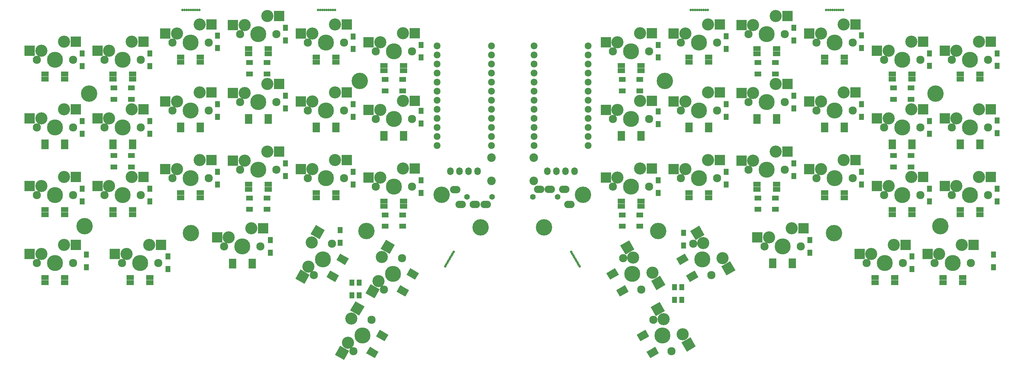
<source format=gbr>
%TF.GenerationSoftware,KiCad,Pcbnew,(5.1.6-0-10_14)*%
%TF.CreationDate,2020-10-01T16:36:50+02:00*%
%TF.ProjectId,cornetrack,636f726e-6574-4726-9163-6b2e6b696361,1.1*%
%TF.SameCoordinates,Original*%
%TF.FileFunction,Soldermask,Bot*%
%TF.FilePolarity,Negative*%
%FSLAX46Y46*%
G04 Gerber Fmt 4.6, Leading zero omitted, Abs format (unit mm)*
G04 Created by KiCad (PCBNEW (5.1.6-0-10_14)) date 2020-10-01 16:36:50*
%MOMM*%
%LPD*%
G01*
G04 APERTURE LIST*
%ADD10R,2.950000X2.900000*%
%ADD11C,4.500000*%
%ADD12C,2.300000*%
%ADD13C,3.400000*%
%ADD14C,4.600000*%
%ADD15R,1.400000X1.800000*%
%ADD16C,0.100000*%
%ADD17C,0.700000*%
%ADD18R,2.100000X1.400000*%
%ADD19C,1.600000*%
%ADD20O,2.900000X2.100000*%
%ADD21C,1.924000*%
%ADD22O,1.797000X2.178000*%
%ADD23C,2.400000*%
%ADD24R,1.900000X1.400000*%
G04 APERTURE END LIST*
D10*
%TO.C,SW3*%
X51022500Y-28490000D03*
D11*
X58107500Y-31030000D03*
D12*
X63187500Y-31030000D03*
X53027500Y-31030000D03*
D10*
X63949500Y-25950000D03*
D13*
X54297500Y-28490000D03*
X60647500Y-25950000D03*
%TD*%
D10*
%TO.C,SW6*%
X108022500Y-30865000D03*
D11*
X115107500Y-33405000D03*
D12*
X120187500Y-33405000D03*
X110027500Y-33405000D03*
D10*
X120949500Y-28325000D03*
D13*
X111297500Y-30865000D03*
X117647500Y-28325000D03*
%TD*%
D14*
%TO.C,Ref\u002A\u002A*%
X268265500Y-82430000D03*
%TD*%
%TO.C,Ref\u002A\u002A*%
X28406500Y-82430000D03*
%TD*%
D15*
%TO.C,D43*%
X28956000Y-90427000D03*
X28956000Y-93977000D03*
%TD*%
D14*
%TO.C,Ref\u002A\u002A*%
X266954000Y-45265500D03*
%TD*%
%TO.C,Ref\u002A\u002A*%
X191096500Y-41765500D03*
%TD*%
%TO.C,Ref\u002A\u002A*%
X238464500Y-84448000D03*
%TD*%
%TO.C,Ref\u002A\u002A*%
X189230000Y-83820000D03*
%TD*%
D16*
%TO.C,SW41*%
G36*
X191063916Y-106278914D02*
G01*
X188552442Y-107728914D01*
X187077442Y-105174140D01*
X189588916Y-103724140D01*
X191063916Y-106278914D01*
G37*
D11*
X190413474Y-113132317D03*
D12*
X192953474Y-117531726D03*
X187873474Y-108732908D03*
D16*
G36*
X199727120Y-116204024D02*
G01*
X197215646Y-117654024D01*
X195740646Y-115099250D01*
X198252120Y-113649250D01*
X199727120Y-116204024D01*
G37*
D13*
X190708179Y-108562760D03*
X196082883Y-112792022D03*
%TD*%
D17*
%TO.C,REF\u002A\u002A*%
X130681375Y-91712608D03*
X130978250Y-91198405D03*
X131275125Y-90684203D03*
X131572000Y-90170000D03*
X131868875Y-89655798D03*
X129790750Y-93255216D03*
X130384500Y-92226811D03*
X129493875Y-93769418D03*
X130087625Y-92741013D03*
%TD*%
%TO.C,REF\u002A\u002A*%
X166584375Y-92741013D03*
X167178125Y-93769418D03*
X166287500Y-92226811D03*
X166881250Y-93255216D03*
X164803125Y-89655798D03*
X165100000Y-90170000D03*
X165396875Y-90684203D03*
X165693750Y-91198405D03*
X165990625Y-91712608D03*
%TD*%
D10*
%TO.C,SW44*%
X36898500Y-90290000D03*
D11*
X43983500Y-92830000D03*
D12*
X49063500Y-92830000D03*
X38903500Y-92830000D03*
D10*
X49825500Y-87750000D03*
D13*
X40173500Y-90290000D03*
X46523500Y-87750000D03*
%TD*%
D16*
%TO.C,SW21*%
G36*
X108622058Y-98717434D02*
G01*
X111133532Y-100167434D01*
X109658532Y-102722208D01*
X107147058Y-101272208D01*
X108622058Y-98717434D01*
G37*
D11*
X114882500Y-95854031D03*
D12*
X117422500Y-91454622D03*
X112342500Y-100253440D03*
D16*
G36*
X112885854Y-86252324D02*
G01*
X115397328Y-87702324D01*
X113922328Y-90257098D01*
X111410854Y-88807098D01*
X112885854Y-86252324D01*
G37*
D13*
X110777795Y-97883588D03*
X111753091Y-91114326D03*
%TD*%
D10*
%TO.C,SW8*%
X32022500Y-52240000D03*
D11*
X39107500Y-54780000D03*
D12*
X44187500Y-54780000D03*
X34027500Y-54780000D03*
D10*
X44949500Y-49700000D03*
D13*
X35297500Y-52240000D03*
X41647500Y-49700000D03*
%TD*%
D15*
%TO.C,D41*%
X195834000Y-103121000D03*
X195834000Y-99571000D03*
%TD*%
%TO.C,D47*%
X260350000Y-90935000D03*
X260350000Y-94485000D03*
%TD*%
%TO.C,D46*%
X283210000Y-93977000D03*
X283210000Y-90427000D03*
%TD*%
%TO.C,D45*%
X80518000Y-86363000D03*
X80518000Y-89913000D03*
%TD*%
%TO.C,D44*%
X51816000Y-90932000D03*
X51816000Y-94482000D03*
%TD*%
D16*
%TO.C,SW42*%
G36*
X182554762Y-89000628D02*
G01*
X180043288Y-90450628D01*
X178568288Y-87895854D01*
X181079762Y-86445854D01*
X182554762Y-89000628D01*
G37*
D11*
X181904320Y-95854031D03*
D12*
X184444320Y-100253440D03*
X179364320Y-91454622D03*
D16*
G36*
X191217966Y-98925738D02*
G01*
X188706492Y-100375738D01*
X187231492Y-97820964D01*
X189742966Y-96370964D01*
X191217966Y-98925738D01*
G37*
D13*
X182199025Y-91284474D03*
X187573729Y-95513736D03*
%TD*%
D10*
%TO.C,SW48*%
X216999500Y-85602000D03*
D11*
X224084500Y-88142000D03*
D12*
X229164500Y-88142000D03*
X219004500Y-88142000D03*
D10*
X229926500Y-83062000D03*
D13*
X220274500Y-85602000D03*
X226624500Y-83062000D03*
%TD*%
D10*
%TO.C,SW38*%
X193529500Y-66485000D03*
D11*
X200614500Y-69025000D03*
D12*
X205694500Y-69025000D03*
X195534500Y-69025000D03*
D10*
X206456500Y-63945000D03*
D13*
X196804500Y-66485000D03*
X203154500Y-63945000D03*
%TD*%
D10*
%TO.C,SW34*%
X269529500Y-71235000D03*
D11*
X276614500Y-73775000D03*
D12*
X281694500Y-73775000D03*
X271534500Y-73775000D03*
D10*
X282456500Y-68695000D03*
D13*
X272804500Y-71235000D03*
X279154500Y-68695000D03*
%TD*%
D10*
%TO.C,SW32*%
X193529500Y-47485000D03*
D11*
X200614500Y-50025000D03*
D12*
X205694500Y-50025000D03*
X195534500Y-50025000D03*
D10*
X206456500Y-44945000D03*
D13*
X196804500Y-47485000D03*
X203154500Y-44945000D03*
%TD*%
D10*
%TO.C,SW31*%
X212529500Y-45110000D03*
D11*
X219614500Y-47650000D03*
D12*
X224694500Y-47650000D03*
X214534500Y-47650000D03*
D10*
X225456500Y-42570000D03*
D13*
X215804500Y-45110000D03*
X222154500Y-42570000D03*
%TD*%
D10*
%TO.C,SW30*%
X231529500Y-47485000D03*
D11*
X238614500Y-50025000D03*
D12*
X243694500Y-50025000D03*
X233534500Y-50025000D03*
D10*
X244456500Y-44945000D03*
D13*
X234804500Y-47485000D03*
X241154500Y-44945000D03*
%TD*%
D10*
%TO.C,SW29*%
X250529500Y-52235000D03*
D11*
X257614500Y-54775000D03*
D12*
X262694500Y-54775000D03*
X252534500Y-54775000D03*
D10*
X263456500Y-49695000D03*
D13*
X253804500Y-52235000D03*
X260154500Y-49695000D03*
%TD*%
D10*
%TO.C,SW28*%
X269529500Y-52235000D03*
D11*
X276614500Y-54775000D03*
D12*
X281694500Y-54775000D03*
X271534500Y-54775000D03*
D10*
X282456500Y-49695000D03*
D13*
X272804500Y-52235000D03*
X279154500Y-49695000D03*
%TD*%
D10*
%TO.C,SW27*%
X174522500Y-30865000D03*
D11*
X181607500Y-33405000D03*
D12*
X186687500Y-33405000D03*
X176527500Y-33405000D03*
D10*
X187449500Y-28325000D03*
D13*
X177797500Y-30865000D03*
X184147500Y-28325000D03*
%TD*%
D10*
%TO.C,SW26*%
X193529500Y-28485000D03*
D11*
X200614500Y-31025000D03*
D12*
X205694500Y-31025000D03*
X195534500Y-31025000D03*
D10*
X206456500Y-25945000D03*
D13*
X196804500Y-28485000D03*
X203154500Y-25945000D03*
%TD*%
D10*
%TO.C,SW25*%
X212529500Y-26110000D03*
D11*
X219614500Y-28650000D03*
D12*
X224694500Y-28650000D03*
X214534500Y-28650000D03*
D10*
X225456500Y-23570000D03*
D13*
X215804500Y-26110000D03*
X222154500Y-23570000D03*
%TD*%
D10*
%TO.C,SW24*%
X231529500Y-28485000D03*
D11*
X238614500Y-31025000D03*
D12*
X243694500Y-31025000D03*
X233534500Y-31025000D03*
D10*
X244456500Y-25945000D03*
D13*
X234804500Y-28485000D03*
X241154500Y-25945000D03*
%TD*%
D10*
%TO.C,SW23*%
X250529500Y-33235000D03*
D11*
X257614500Y-35775000D03*
D12*
X262694500Y-35775000D03*
X252534500Y-35775000D03*
D10*
X263456500Y-30695000D03*
D13*
X253804500Y-33235000D03*
X260154500Y-30695000D03*
%TD*%
D10*
%TO.C,SW22*%
X269529500Y-33235000D03*
D11*
X276614500Y-35775000D03*
D12*
X281694500Y-35775000D03*
X271534500Y-35775000D03*
D10*
X282456500Y-30695000D03*
D13*
X272804500Y-33235000D03*
X279154500Y-30695000D03*
%TD*%
D16*
%TO.C,SW20*%
G36*
X100088058Y-115995720D02*
G01*
X102599532Y-117445720D01*
X101124532Y-120000494D01*
X98613058Y-118550494D01*
X100088058Y-115995720D01*
G37*
D11*
X106348500Y-113132317D03*
D12*
X108888500Y-108732908D03*
X103808500Y-117531726D03*
D16*
G36*
X104351854Y-103530610D02*
G01*
X106863328Y-104980610D01*
X105388328Y-107535384D01*
X102876854Y-106085384D01*
X104351854Y-103530610D01*
G37*
D13*
X102243795Y-115161874D03*
X103219091Y-108392612D03*
%TD*%
D16*
%TO.C,SW19*%
G36*
X88983058Y-94609027D02*
G01*
X91494532Y-96059027D01*
X90019532Y-98613801D01*
X87508058Y-97163801D01*
X88983058Y-94609027D01*
G37*
D11*
X95243500Y-91745624D03*
D12*
X97783500Y-87346215D03*
X92703500Y-96145033D03*
D16*
G36*
X93246854Y-82143917D02*
G01*
X95758328Y-83593917D01*
X94283328Y-86148691D01*
X91771854Y-84698691D01*
X93246854Y-82143917D01*
G37*
D13*
X91138795Y-93775181D03*
X92114091Y-87005919D03*
%TD*%
D10*
%TO.C,SW18*%
X108022500Y-68865000D03*
D11*
X115107500Y-71405000D03*
D12*
X120187500Y-71405000D03*
X110027500Y-71405000D03*
D10*
X120949500Y-66325000D03*
D13*
X111297500Y-68865000D03*
X117647500Y-66325000D03*
%TD*%
D10*
%TO.C,SW17*%
X89022500Y-66490000D03*
D11*
X96107500Y-69030000D03*
D12*
X101187500Y-69030000D03*
X91027500Y-69030000D03*
D10*
X101949500Y-63950000D03*
D13*
X92297500Y-66490000D03*
X98647500Y-63950000D03*
%TD*%
D10*
%TO.C,SW16*%
X70022500Y-64115000D03*
D11*
X77107500Y-66655000D03*
D12*
X82187500Y-66655000D03*
X72027500Y-66655000D03*
D10*
X82949500Y-61575000D03*
D13*
X73297500Y-64115000D03*
X79647500Y-61575000D03*
%TD*%
D10*
%TO.C,SW12*%
X108022500Y-49865000D03*
D11*
X115107500Y-52405000D03*
D12*
X120187500Y-52405000D03*
X110027500Y-52405000D03*
D10*
X120949500Y-47325000D03*
D13*
X111297500Y-49865000D03*
X117647500Y-47325000D03*
%TD*%
D10*
%TO.C,SW11*%
X89022500Y-47490000D03*
D11*
X96107500Y-50030000D03*
D12*
X101187500Y-50030000D03*
X91027500Y-50030000D03*
D10*
X101949500Y-44950000D03*
D13*
X92297500Y-47490000D03*
X98647500Y-44950000D03*
%TD*%
D10*
%TO.C,SW10*%
X70022500Y-45115000D03*
D11*
X77107500Y-47655000D03*
D12*
X82187500Y-47655000D03*
X72027500Y-47655000D03*
D10*
X82949500Y-42575000D03*
D13*
X73297500Y-45115000D03*
X79647500Y-42575000D03*
%TD*%
D10*
%TO.C,SW9*%
X51022500Y-47490000D03*
D11*
X58107500Y-50030000D03*
D12*
X63187500Y-50030000D03*
X53027500Y-50030000D03*
D10*
X63949500Y-44950000D03*
D13*
X54297500Y-47490000D03*
X60647500Y-44950000D03*
%TD*%
D10*
%TO.C,SW5*%
X89022500Y-28490000D03*
D11*
X96107500Y-31030000D03*
D12*
X101187500Y-31030000D03*
X91027500Y-31030000D03*
D10*
X101949500Y-25950000D03*
D13*
X92297500Y-28490000D03*
X98647500Y-25950000D03*
%TD*%
D10*
%TO.C,SW4*%
X70022500Y-26115000D03*
D11*
X77107500Y-28655000D03*
D12*
X82187500Y-28655000D03*
X72027500Y-28655000D03*
D10*
X82949500Y-23575000D03*
D13*
X73297500Y-26115000D03*
X79647500Y-23575000D03*
%TD*%
D10*
%TO.C,SW2*%
X32022500Y-33240000D03*
D11*
X39107500Y-35780000D03*
D12*
X44187500Y-35780000D03*
X34027500Y-35780000D03*
D10*
X44949500Y-30700000D03*
D13*
X35297500Y-33240000D03*
X41647500Y-30700000D03*
%TD*%
D10*
%TO.C,SW1*%
X13022500Y-33240000D03*
D11*
X20107500Y-35780000D03*
D12*
X25187500Y-35780000D03*
X15027500Y-35780000D03*
D10*
X25949500Y-30700000D03*
D13*
X16297500Y-33240000D03*
X22647500Y-30700000D03*
%TD*%
D10*
%TO.C,SW7*%
X13022500Y-52240000D03*
D11*
X20107500Y-54780000D03*
D12*
X25187500Y-54780000D03*
X15027500Y-54780000D03*
D10*
X25949500Y-49700000D03*
D13*
X16297500Y-52240000D03*
X22647500Y-49700000D03*
%TD*%
D10*
%TO.C,SW14*%
X32022500Y-71240000D03*
D11*
X39107500Y-73780000D03*
D12*
X44187500Y-73780000D03*
X34027500Y-73780000D03*
D10*
X44949500Y-68700000D03*
D13*
X35297500Y-71240000D03*
X41647500Y-68700000D03*
%TD*%
D10*
%TO.C,SW37*%
X212529500Y-64110000D03*
D11*
X219614500Y-66650000D03*
D12*
X224694500Y-66650000D03*
X214534500Y-66650000D03*
D10*
X225456500Y-61570000D03*
D13*
X215804500Y-64110000D03*
X222154500Y-61570000D03*
%TD*%
D10*
%TO.C,SW35*%
X250529500Y-71235000D03*
D11*
X257614500Y-73775000D03*
D12*
X262694500Y-73775000D03*
X252534500Y-73775000D03*
D10*
X263456500Y-68695000D03*
D13*
X253804500Y-71235000D03*
X260154500Y-68695000D03*
%TD*%
D10*
%TO.C,SW13*%
X13022500Y-71240000D03*
D11*
X20107500Y-73780000D03*
D12*
X25187500Y-73780000D03*
X15027500Y-73780000D03*
D10*
X25949500Y-68700000D03*
D13*
X16297500Y-71240000D03*
X22647500Y-68700000D03*
%TD*%
D10*
%TO.C,SW39*%
X174529500Y-68860000D03*
D11*
X181614500Y-71400000D03*
D12*
X186694500Y-71400000D03*
X176534500Y-71400000D03*
D10*
X187456500Y-66320000D03*
D13*
X177804500Y-68860000D03*
X184154500Y-66320000D03*
%TD*%
D10*
%TO.C,SW33*%
X174529500Y-49860000D03*
D11*
X181614500Y-52400000D03*
D12*
X186694500Y-52400000D03*
X176534500Y-52400000D03*
D10*
X187456500Y-47320000D03*
D13*
X177804500Y-49860000D03*
X184154500Y-47320000D03*
%TD*%
D10*
%TO.C,SW43*%
X13022500Y-90290000D03*
D11*
X20107500Y-92830000D03*
D12*
X25187500Y-92830000D03*
X15027500Y-92830000D03*
D10*
X25949500Y-87750000D03*
D13*
X16297500Y-90290000D03*
X22647500Y-87750000D03*
%TD*%
D10*
%TO.C,SW46*%
X264703500Y-90285000D03*
D11*
X271788500Y-92825000D03*
D12*
X276868500Y-92825000D03*
X266708500Y-92825000D03*
D10*
X277630500Y-87745000D03*
D13*
X267978500Y-90285000D03*
X274328500Y-87745000D03*
%TD*%
D10*
%TO.C,SW47*%
X245653500Y-90285000D03*
D11*
X252738500Y-92825000D03*
D12*
X257818500Y-92825000D03*
X247658500Y-92825000D03*
D10*
X258580500Y-87745000D03*
D13*
X248928500Y-90285000D03*
X255278500Y-87745000D03*
%TD*%
D10*
%TO.C,SW45*%
X65559000Y-85598000D03*
D11*
X72644000Y-88138000D03*
D12*
X77724000Y-88138000D03*
X67564000Y-88138000D03*
D10*
X78486000Y-83058000D03*
D13*
X68834000Y-85598000D03*
X75184000Y-83058000D03*
%TD*%
D16*
%TO.C,SW40*%
G36*
X202193445Y-84892221D02*
G01*
X199681971Y-86342221D01*
X198206971Y-83787447D01*
X200718445Y-82337447D01*
X202193445Y-84892221D01*
G37*
D11*
X201543003Y-91745624D03*
D12*
X204083003Y-96145033D03*
X199003003Y-87346215D03*
D16*
G36*
X210856649Y-94817331D02*
G01*
X208345175Y-96267331D01*
X206870175Y-93712557D01*
X209381649Y-92262557D01*
X210856649Y-94817331D01*
G37*
D13*
X201837708Y-87176067D03*
X207212412Y-91405329D03*
%TD*%
D10*
%TO.C,SW15*%
X51022500Y-66490000D03*
D11*
X58107500Y-69030000D03*
D12*
X63187500Y-69030000D03*
X53027500Y-69030000D03*
D10*
X63949500Y-63950000D03*
D13*
X54297500Y-66490000D03*
X60647500Y-63950000D03*
%TD*%
D10*
%TO.C,SW36*%
X231529500Y-66485000D03*
D11*
X238614500Y-69025000D03*
D12*
X243694500Y-69025000D03*
X233534500Y-69025000D03*
D10*
X244456500Y-63945000D03*
D13*
X234804500Y-66485000D03*
X241154500Y-63945000D03*
%TD*%
D16*
%TO.C,LED52*%
G36*
X194251128Y-91567728D02*
G01*
X195463564Y-90867728D01*
X196513564Y-92686382D01*
X195301128Y-93386382D01*
X194251128Y-91567728D01*
G37*
G36*
X195463564Y-90867728D02*
G01*
X196676000Y-90167728D01*
X197726000Y-91986382D01*
X196513564Y-92686382D01*
X195463564Y-90867728D01*
G37*
G36*
X197001128Y-96330868D02*
G01*
X198213564Y-95630868D01*
X199263564Y-97449522D01*
X198051128Y-98149522D01*
X197001128Y-96330868D01*
G37*
G36*
X198213564Y-95630868D02*
G01*
X199426000Y-94930868D01*
X200476000Y-96749522D01*
X199263564Y-97449522D01*
X198213564Y-95630868D01*
G37*
%TD*%
D18*
%TO.C,LED59*%
X75394000Y-92264000D03*
X75394000Y-93664000D03*
X69894000Y-92264000D03*
X69894000Y-93664000D03*
%TD*%
%TO.C,LED56*%
X46733500Y-96880000D03*
X46733500Y-98280000D03*
X41233500Y-96880000D03*
X41233500Y-98280000D03*
%TD*%
%TO.C,LED58*%
X255481500Y-96880000D03*
X255481500Y-98280000D03*
X249981500Y-96880000D03*
X249981500Y-98280000D03*
%TD*%
%TO.C,LED57*%
X274531500Y-96880000D03*
X274531500Y-98280000D03*
X269031500Y-96880000D03*
X269031500Y-98280000D03*
%TD*%
%TO.C,LED55*%
X22857500Y-96880000D03*
X22857500Y-98280000D03*
X17357500Y-96880000D03*
X17357500Y-98280000D03*
%TD*%
D16*
%TO.C,LED26*%
G36*
X111312121Y-114035073D02*
G01*
X110099685Y-113335073D01*
X111149685Y-111516419D01*
X112362121Y-112216419D01*
X111312121Y-114035073D01*
G37*
G36*
X112524557Y-114735073D02*
G01*
X111312121Y-114035073D01*
X112362121Y-112216419D01*
X113574557Y-112916419D01*
X112524557Y-114735073D01*
G37*
G36*
X108562121Y-118798213D02*
G01*
X107349685Y-118098213D01*
X108399685Y-116279559D01*
X109612121Y-116979559D01*
X108562121Y-118798213D01*
G37*
G36*
X109774557Y-119498213D02*
G01*
X108562121Y-118798213D01*
X109612121Y-116979559D01*
X110824557Y-117679559D01*
X109774557Y-119498213D01*
G37*
%TD*%
D18*
%TO.C,LED7*%
X22857500Y-39830000D03*
X22857500Y-41230000D03*
X17357500Y-39830000D03*
X17357500Y-41230000D03*
%TD*%
%TO.C,LED8*%
X41857500Y-39830000D03*
X41857500Y-41230000D03*
X36357500Y-39830000D03*
X36357500Y-41230000D03*
%TD*%
%TO.C,LED9*%
X60857500Y-35080000D03*
X60857500Y-36480000D03*
X55357500Y-35080000D03*
X55357500Y-36480000D03*
%TD*%
%TO.C,LED10*%
X79857500Y-32705000D03*
X79857500Y-34105000D03*
X74357500Y-32705000D03*
X74357500Y-34105000D03*
%TD*%
%TO.C,LED11*%
X98857500Y-35080000D03*
X98857500Y-36480000D03*
X93357500Y-35080000D03*
X93357500Y-36480000D03*
%TD*%
%TO.C,LED12*%
X117857500Y-37455000D03*
X117857500Y-38855000D03*
X112357500Y-37455000D03*
X112357500Y-38855000D03*
%TD*%
%TO.C,LED13*%
X22857500Y-58830000D03*
X22857500Y-60230000D03*
X17357500Y-58830000D03*
X17357500Y-60230000D03*
%TD*%
%TO.C,LED14*%
X41857500Y-58830000D03*
X41857500Y-60230000D03*
X36357500Y-58830000D03*
X36357500Y-60230000D03*
%TD*%
%TO.C,LED15*%
X60857500Y-54080000D03*
X60857500Y-55480000D03*
X55357500Y-54080000D03*
X55357500Y-55480000D03*
%TD*%
%TO.C,LED16*%
X79857500Y-51705000D03*
X79857500Y-53105000D03*
X74357500Y-51705000D03*
X74357500Y-53105000D03*
%TD*%
%TO.C,LED17*%
X98857500Y-54080000D03*
X98857500Y-55480000D03*
X93357500Y-54080000D03*
X93357500Y-55480000D03*
%TD*%
%TO.C,LED18*%
X117857500Y-56455000D03*
X117857500Y-57855000D03*
X112357500Y-56455000D03*
X112357500Y-57855000D03*
%TD*%
%TO.C,LED19*%
X22857500Y-77830000D03*
X22857500Y-79230000D03*
X17357500Y-77830000D03*
X17357500Y-79230000D03*
%TD*%
%TO.C,LED20*%
X41857500Y-77830000D03*
X41857500Y-79230000D03*
X36357500Y-77830000D03*
X36357500Y-79230000D03*
%TD*%
%TO.C,LED21*%
X60857500Y-73080000D03*
X60857500Y-74480000D03*
X55357500Y-73080000D03*
X55357500Y-74480000D03*
%TD*%
%TO.C,LED22*%
X79857500Y-70705000D03*
X79857500Y-72105000D03*
X74357500Y-70705000D03*
X74357500Y-72105000D03*
%TD*%
%TO.C,LED24*%
X117857500Y-75455000D03*
X117857500Y-76855000D03*
X112357500Y-75455000D03*
X112357500Y-76855000D03*
%TD*%
D16*
%TO.C,LED25*%
G36*
X100207121Y-92648381D02*
G01*
X98994685Y-91948381D01*
X100044685Y-90129727D01*
X101257121Y-90829727D01*
X100207121Y-92648381D01*
G37*
G36*
X101419557Y-93348381D02*
G01*
X100207121Y-92648381D01*
X101257121Y-90829727D01*
X102469557Y-91529727D01*
X101419557Y-93348381D01*
G37*
G36*
X97457121Y-97411521D02*
G01*
X96244685Y-96711521D01*
X97294685Y-94892867D01*
X98507121Y-95592867D01*
X97457121Y-97411521D01*
G37*
G36*
X98669557Y-98111521D02*
G01*
X97457121Y-97411521D01*
X98507121Y-95592867D01*
X99719557Y-96292867D01*
X98669557Y-98111521D01*
G37*
%TD*%
%TO.C,LED27*%
G36*
X119846121Y-96756788D02*
G01*
X118633685Y-96056788D01*
X119683685Y-94238134D01*
X120896121Y-94938134D01*
X119846121Y-96756788D01*
G37*
G36*
X121058557Y-97456788D02*
G01*
X119846121Y-96756788D01*
X120896121Y-94938134D01*
X122108557Y-95638134D01*
X121058557Y-97456788D01*
G37*
G36*
X117096121Y-101519928D02*
G01*
X115883685Y-100819928D01*
X116933685Y-99001274D01*
X118146121Y-99701274D01*
X117096121Y-101519928D01*
G37*
G36*
X118308557Y-102219928D02*
G01*
X117096121Y-101519928D01*
X118146121Y-99701274D01*
X119358557Y-100401274D01*
X118308557Y-102219928D01*
G37*
%TD*%
D18*
%TO.C,LED43*%
X222357500Y-51705000D03*
X222357500Y-53105000D03*
X216857500Y-51705000D03*
X216857500Y-53105000D03*
%TD*%
%TO.C,LED44*%
X203357500Y-54080000D03*
X203357500Y-55480000D03*
X197857500Y-54080000D03*
X197857500Y-55480000D03*
%TD*%
%TO.C,LED45*%
X184357500Y-56455000D03*
X184357500Y-57855000D03*
X178857500Y-56455000D03*
X178857500Y-57855000D03*
%TD*%
%TO.C,LED46*%
X279357500Y-77830000D03*
X279357500Y-79230000D03*
X273857500Y-77830000D03*
X273857500Y-79230000D03*
%TD*%
%TO.C,LED47*%
X260357500Y-77830000D03*
X260357500Y-79230000D03*
X254857500Y-77830000D03*
X254857500Y-79230000D03*
%TD*%
%TO.C,LED48*%
X241357500Y-73080000D03*
X241357500Y-74480000D03*
X235857500Y-73080000D03*
X235857500Y-74480000D03*
%TD*%
%TO.C,LED49*%
X222357500Y-70705000D03*
X222357500Y-72105000D03*
X216857500Y-70705000D03*
X216857500Y-72105000D03*
%TD*%
%TO.C,LED50*%
X203357500Y-73080000D03*
X203357500Y-74480000D03*
X197857500Y-73080000D03*
X197857500Y-74480000D03*
%TD*%
%TO.C,LED51*%
X184357500Y-75455000D03*
X184357500Y-76855000D03*
X178857500Y-75455000D03*
X178857500Y-76855000D03*
%TD*%
%TO.C,LED60*%
X221327500Y-93597000D03*
X221327500Y-92197000D03*
X226827500Y-93597000D03*
X226827500Y-92197000D03*
%TD*%
D16*
%TO.C,LED53*%
G36*
X187149853Y-116979561D02*
G01*
X188362289Y-116279561D01*
X189412289Y-118098215D01*
X188199853Y-118798215D01*
X187149853Y-116979561D01*
G37*
G36*
X185937417Y-117679561D02*
G01*
X187149853Y-116979561D01*
X188199853Y-118798215D01*
X186987417Y-119498215D01*
X185937417Y-117679561D01*
G37*
G36*
X184399853Y-112216421D02*
G01*
X185612289Y-111516421D01*
X186662289Y-113335075D01*
X185449853Y-114035075D01*
X184399853Y-112216421D01*
G37*
G36*
X183187417Y-112916421D02*
G01*
X184399853Y-112216421D01*
X185449853Y-114035075D01*
X184237417Y-114735075D01*
X183187417Y-112916421D01*
G37*
%TD*%
%TO.C,LED54*%
G36*
X178640700Y-99701274D02*
G01*
X179853136Y-99001274D01*
X180903136Y-100819928D01*
X179690700Y-101519928D01*
X178640700Y-99701274D01*
G37*
G36*
X177428264Y-100401274D02*
G01*
X178640700Y-99701274D01*
X179690700Y-101519928D01*
X178478264Y-102219928D01*
X177428264Y-100401274D01*
G37*
G36*
X175890700Y-94938134D02*
G01*
X177103136Y-94238134D01*
X178153136Y-96056788D01*
X176940700Y-96756788D01*
X175890700Y-94938134D01*
G37*
G36*
X174678264Y-95638134D02*
G01*
X175890700Y-94938134D01*
X176940700Y-96756788D01*
X175728264Y-97456788D01*
X174678264Y-95638134D01*
G37*
%TD*%
D18*
%TO.C,LED23*%
X98857500Y-73080000D03*
X98857500Y-74480000D03*
X93357500Y-73080000D03*
X93357500Y-74480000D03*
%TD*%
%TO.C,LED34*%
X279357500Y-39830000D03*
X279357500Y-41230000D03*
X273857500Y-39830000D03*
X273857500Y-41230000D03*
%TD*%
%TO.C,LED35*%
X260357500Y-39830000D03*
X260357500Y-41230000D03*
X254857500Y-39830000D03*
X254857500Y-41230000D03*
%TD*%
%TO.C,LED36*%
X241357500Y-35080000D03*
X241357500Y-36480000D03*
X235857500Y-35080000D03*
X235857500Y-36480000D03*
%TD*%
%TO.C,LED37*%
X222357500Y-32705000D03*
X222357500Y-34105000D03*
X216857500Y-32705000D03*
X216857500Y-34105000D03*
%TD*%
%TO.C,LED38*%
X203357500Y-35080000D03*
X203357500Y-36480000D03*
X197857500Y-35080000D03*
X197857500Y-36480000D03*
%TD*%
%TO.C,LED39*%
X184357500Y-37455000D03*
X184357500Y-38855000D03*
X178857500Y-37455000D03*
X178857500Y-38855000D03*
%TD*%
%TO.C,LED40*%
X279357500Y-58830000D03*
X279357500Y-60230000D03*
X273857500Y-58830000D03*
X273857500Y-60230000D03*
%TD*%
%TO.C,LED41*%
X260357500Y-58830000D03*
X260357500Y-60230000D03*
X254857500Y-58830000D03*
X254857500Y-60230000D03*
%TD*%
%TO.C,LED42*%
X241357500Y-54080000D03*
X241357500Y-55480000D03*
X235857500Y-54080000D03*
X235857500Y-55480000D03*
%TD*%
D17*
%TO.C,REF\u002A\u002A*%
X239837000Y-21870000D03*
X241024500Y-21870000D03*
X239243250Y-21870000D03*
X240430750Y-21870000D03*
X236274500Y-21870000D03*
X236868250Y-21870000D03*
X237462000Y-21870000D03*
X238055750Y-21870000D03*
X238649500Y-21870000D03*
%TD*%
%TO.C,REF\u002A\u002A*%
X201925000Y-21885000D03*
X203112500Y-21885000D03*
X201331250Y-21885000D03*
X202518750Y-21885000D03*
X198362500Y-21885000D03*
X198956250Y-21885000D03*
X199550000Y-21885000D03*
X200143750Y-21885000D03*
X200737500Y-21885000D03*
%TD*%
%TO.C,REF\u002A\u002A*%
X95020000Y-21873000D03*
X93832500Y-21873000D03*
X95613750Y-21873000D03*
X94426250Y-21873000D03*
X98582500Y-21873000D03*
X97988750Y-21873000D03*
X97395000Y-21873000D03*
X96801250Y-21873000D03*
X96207500Y-21873000D03*
%TD*%
%TO.C,REF\u002A\u002A*%
X57049250Y-21869000D03*
X55861750Y-21869000D03*
X57643000Y-21869000D03*
X56455500Y-21869000D03*
X60611750Y-21869000D03*
X60018000Y-21869000D03*
X59424250Y-21869000D03*
X58830500Y-21869000D03*
X58236750Y-21869000D03*
%TD*%
D19*
%TO.C,J3*%
X154037500Y-74270000D03*
X161037500Y-74270000D03*
D20*
X155837500Y-72170000D03*
X158837500Y-72170000D03*
X162837500Y-72170000D03*
X164337500Y-76370000D03*
%TD*%
D19*
%TO.C,J1*%
X142634500Y-74292000D03*
X135634500Y-74292000D03*
D20*
X140834500Y-76392000D03*
X137834500Y-76392000D03*
X133834500Y-76392000D03*
X132334500Y-72192000D03*
%TD*%
D21*
%TO.C,U1*%
X127203900Y-31942000D03*
X127203900Y-34482000D03*
X127203900Y-37022000D03*
X127203900Y-39562000D03*
X127203900Y-42102000D03*
X127203900Y-44642000D03*
X127203900Y-47182000D03*
X127203900Y-49722000D03*
X127203900Y-52262000D03*
X127203900Y-54802000D03*
X127203900Y-57342000D03*
X127203900Y-59882000D03*
X142423900Y-59882000D03*
X142423900Y-57342000D03*
X142423900Y-54802000D03*
X142423900Y-52262000D03*
X142423900Y-49722000D03*
X142423900Y-47182000D03*
X142423900Y-44642000D03*
X142423900Y-42102000D03*
X142423900Y-39562000D03*
X142423900Y-37022000D03*
X142423900Y-34482000D03*
X142423900Y-31942000D03*
%TD*%
%TO.C,U2*%
X154378900Y-31912000D03*
X154378900Y-34452000D03*
X154378900Y-36992000D03*
X154378900Y-39532000D03*
X154378900Y-42072000D03*
X154378900Y-44612000D03*
X154378900Y-47152000D03*
X154378900Y-49692000D03*
X154378900Y-52232000D03*
X154378900Y-54772000D03*
X154378900Y-57312000D03*
X154378900Y-59852000D03*
X169598900Y-59852000D03*
X169598900Y-57312000D03*
X169598900Y-54772000D03*
X169598900Y-52232000D03*
X169598900Y-49692000D03*
X169598900Y-47152000D03*
X169598900Y-44612000D03*
X169598900Y-42072000D03*
X169598900Y-39532000D03*
X169598900Y-36992000D03*
X169598900Y-34452000D03*
X169598900Y-31912000D03*
%TD*%
D14*
%TO.C,Ref\u002A\u002A*%
X168148000Y-73660000D03*
%TD*%
%TO.C,Ref\u002A\u002A*%
X157226000Y-82804000D03*
%TD*%
%TO.C,Ref\u002A\u002A*%
X139446000Y-82775000D03*
%TD*%
%TO.C,Ref\u002A\u002A*%
X128524000Y-73660000D03*
%TD*%
%TO.C,Ref\u002A\u002A*%
X107442000Y-83820000D03*
%TD*%
%TO.C,Ref\u002A\u002A*%
X58207500Y-84448000D03*
%TD*%
%TO.C,Ref\u002A\u002A*%
X105575500Y-41765500D03*
%TD*%
%TO.C,Ref\u002A\u002A*%
X29718000Y-45265500D03*
%TD*%
D15*
%TO.C,D11*%
X103707500Y-48255000D03*
X103707500Y-51805000D03*
%TD*%
%TO.C,D9*%
X65707500Y-48255000D03*
X65707500Y-51805000D03*
%TD*%
%TO.C,D25*%
X227214500Y-26875000D03*
X227214500Y-30425000D03*
%TD*%
%TO.C,D1*%
X27734500Y-34001875D03*
X27734500Y-37551875D03*
%TD*%
%TO.C,D2*%
X46734500Y-34005000D03*
X46734500Y-37555000D03*
%TD*%
%TO.C,D3*%
X65707500Y-29005000D03*
X65707500Y-32555000D03*
%TD*%
%TO.C,D4*%
X84707500Y-26880000D03*
X84707500Y-30430000D03*
%TD*%
%TO.C,D5*%
X103707500Y-29255000D03*
X103707500Y-32805000D03*
%TD*%
%TO.C,D6*%
X122707500Y-31630000D03*
X122707500Y-35180000D03*
%TD*%
%TO.C,D7*%
X27734500Y-53001875D03*
X27734500Y-56551875D03*
%TD*%
%TO.C,D8*%
X46734500Y-53005000D03*
X46734500Y-56555000D03*
%TD*%
%TO.C,D10*%
X84707500Y-45880000D03*
X84707500Y-49430000D03*
%TD*%
%TO.C,D12*%
X122707500Y-50122000D03*
X122707500Y-53672000D03*
%TD*%
%TO.C,D13*%
X27734500Y-72001875D03*
X27734500Y-75551875D03*
%TD*%
%TO.C,D14*%
X46734500Y-72005000D03*
X46734500Y-75555000D03*
%TD*%
%TO.C,D15*%
X65707500Y-67255000D03*
X65707500Y-70805000D03*
%TD*%
%TO.C,D16*%
X84707500Y-64880000D03*
X84707500Y-68430000D03*
%TD*%
%TO.C,D17*%
X103707500Y-67255000D03*
X103707500Y-70805000D03*
%TD*%
%TO.C,D18*%
X122707500Y-69630000D03*
X122707500Y-73180000D03*
%TD*%
%TO.C,D19*%
X100076000Y-83569000D03*
X100076000Y-87119000D03*
%TD*%
%TO.C,D20*%
X103378000Y-98301000D03*
X103378000Y-101851000D03*
%TD*%
%TO.C,D21*%
X105410000Y-98301000D03*
X105410000Y-101851000D03*
%TD*%
%TO.C,D22*%
X284214500Y-34000000D03*
X284214500Y-37550000D03*
%TD*%
%TO.C,D23*%
X265214500Y-34000000D03*
X265214500Y-37550000D03*
%TD*%
%TO.C,D24*%
X246214500Y-28959000D03*
X246214500Y-32509000D03*
%TD*%
%TO.C,D26*%
X208214500Y-29250000D03*
X208214500Y-32800000D03*
%TD*%
%TO.C,D27*%
X189207500Y-31630000D03*
X189207500Y-35180000D03*
%TD*%
%TO.C,D28*%
X284214500Y-52850000D03*
X284214500Y-56400000D03*
%TD*%
%TO.C,D29*%
X265214500Y-53000000D03*
X265214500Y-56550000D03*
%TD*%
%TO.C,D30*%
X246214500Y-48250000D03*
X246214500Y-51800000D03*
%TD*%
%TO.C,D31*%
X227214500Y-45875000D03*
X227214500Y-49425000D03*
%TD*%
%TO.C,D32*%
X208214500Y-48250000D03*
X208214500Y-51800000D03*
%TD*%
%TO.C,D33*%
X189207500Y-50295000D03*
X189207500Y-53845000D03*
%TD*%
%TO.C,D34*%
X284214500Y-72000000D03*
X284214500Y-75550000D03*
%TD*%
%TO.C,D35*%
X265214500Y-72000000D03*
X265214500Y-75550000D03*
%TD*%
%TO.C,D36*%
X246214500Y-67250000D03*
X246214500Y-70800000D03*
%TD*%
%TO.C,D37*%
X227214500Y-64875000D03*
X227214500Y-68425000D03*
%TD*%
%TO.C,D38*%
X208214500Y-67250000D03*
X208214500Y-70800000D03*
%TD*%
%TO.C,D39*%
X189207500Y-69630000D03*
X189207500Y-73180000D03*
%TD*%
%TO.C,D48*%
X231684500Y-89902000D03*
X231684500Y-86352000D03*
%TD*%
%TO.C,D40*%
X196342000Y-84331000D03*
X196342000Y-87881000D03*
%TD*%
%TO.C,D42*%
X193802000Y-99571000D03*
X193802000Y-103121000D03*
%TD*%
D22*
%TO.C,J4*%
X158164500Y-67045000D03*
X160704500Y-67045000D03*
X163244500Y-67045000D03*
X165784500Y-67045000D03*
%TD*%
%TO.C,J2*%
X138568500Y-67028000D03*
X136028500Y-67028000D03*
X133488500Y-67028000D03*
X130948500Y-67028000D03*
%TD*%
D23*
%TO.C,RSW2*%
X154304500Y-63272000D03*
X154304500Y-69772000D03*
%TD*%
%TO.C,RSW1*%
X142424500Y-63281000D03*
X142424500Y-69781000D03*
%TD*%
D24*
%TO.C,LED3*%
X117557500Y-41305000D03*
X117557500Y-44505000D03*
X112657500Y-41305000D03*
X112657500Y-44505000D03*
%TD*%
%TO.C,LED1*%
X41557500Y-43680000D03*
X41557500Y-46880000D03*
X36657500Y-43680000D03*
X36657500Y-46880000D03*
%TD*%
%TO.C,LED2*%
X79557500Y-36555000D03*
X79557500Y-39755000D03*
X74657500Y-36555000D03*
X74657500Y-39755000D03*
%TD*%
%TO.C,LED4*%
X41557500Y-62680000D03*
X41557500Y-65880000D03*
X36657500Y-62680000D03*
X36657500Y-65880000D03*
%TD*%
%TO.C,LED5*%
X79557500Y-74555000D03*
X79557500Y-77755000D03*
X74657500Y-74555000D03*
X74657500Y-77755000D03*
%TD*%
%TO.C,LED6*%
X117557500Y-79305000D03*
X117557500Y-82505000D03*
X112657500Y-79305000D03*
X112657500Y-82505000D03*
%TD*%
%TO.C,LED28*%
X260057500Y-43680000D03*
X260057500Y-46880000D03*
X255157500Y-43680000D03*
X255157500Y-46880000D03*
%TD*%
%TO.C,LED29*%
X222057500Y-36555000D03*
X222057500Y-39755000D03*
X217157500Y-36555000D03*
X217157500Y-39755000D03*
%TD*%
%TO.C,LED30*%
X184057500Y-41305000D03*
X184057500Y-44505000D03*
X179157500Y-41305000D03*
X179157500Y-44505000D03*
%TD*%
%TO.C,LED31*%
X260057500Y-62680000D03*
X260057500Y-65880000D03*
X255157500Y-62680000D03*
X255157500Y-65880000D03*
%TD*%
%TO.C,LED32*%
X222057500Y-74555000D03*
X222057500Y-77755000D03*
X217157500Y-74555000D03*
X217157500Y-77755000D03*
%TD*%
%TO.C,LED33*%
X184057500Y-79305000D03*
X184057500Y-82505000D03*
X179157500Y-79305000D03*
X179157500Y-82505000D03*
%TD*%
M02*

</source>
